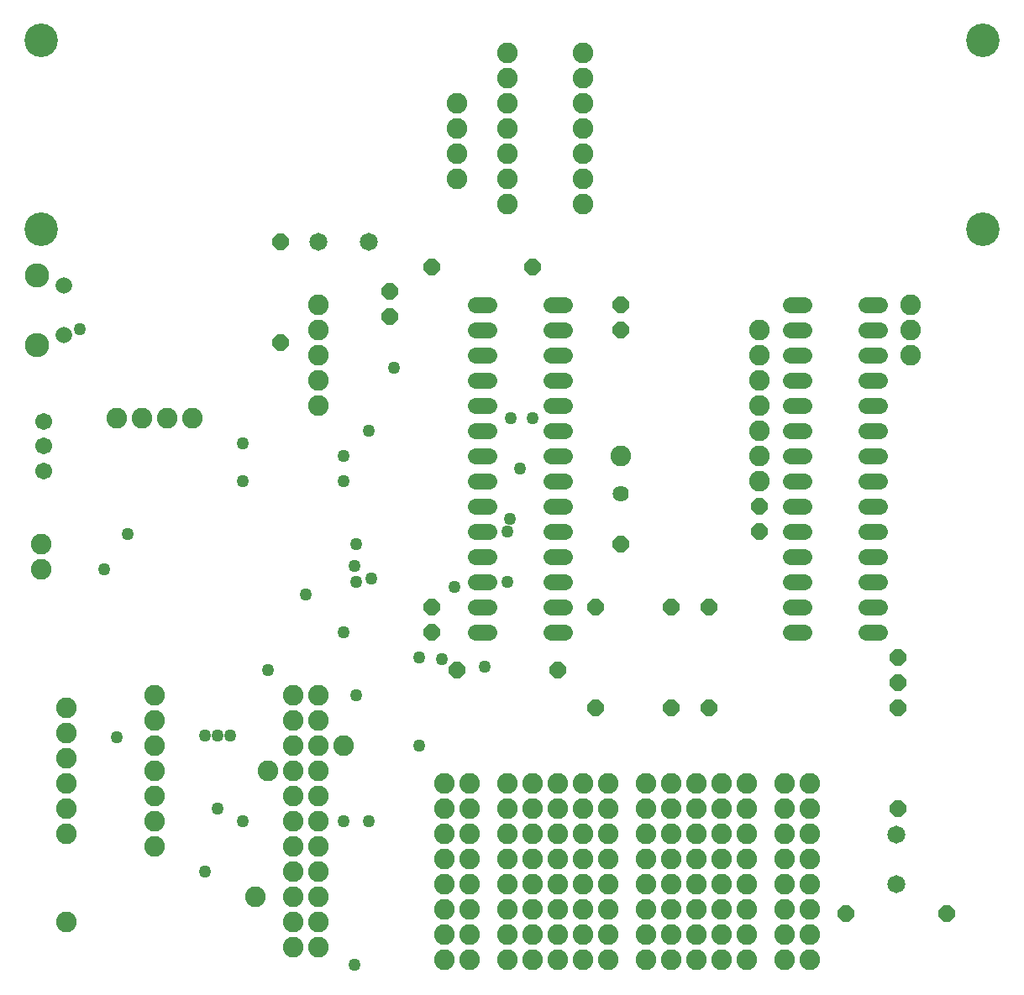
<source format=gbs>
G75*
%MOIN*%
%OFA0B0*%
%FSLAX25Y25*%
%IPPOS*%
%LPD*%
%AMOC8*
5,1,8,0,0,1.08239X$1,22.5*
%
%ADD10C,0.13300*%
%ADD11C,0.06400*%
%ADD12C,0.06546*%
%ADD13C,0.09658*%
%ADD14C,0.08200*%
%ADD15C,0.06743*%
%ADD16OC8,0.06400*%
%ADD17C,0.07137*%
%ADD18C,0.06400*%
%ADD19C,0.04965*%
D10*
X0101250Y0306800D03*
X0101250Y0381800D03*
X0474950Y0381800D03*
X0474950Y0306800D03*
D11*
X0434050Y0276800D02*
X0428450Y0276800D01*
X0428450Y0266800D02*
X0434050Y0266800D01*
X0434050Y0256800D02*
X0428450Y0256800D01*
X0428450Y0246800D02*
X0434050Y0246800D01*
X0434050Y0236800D02*
X0428450Y0236800D01*
X0428450Y0226800D02*
X0434050Y0226800D01*
X0434050Y0216800D02*
X0428450Y0216800D01*
X0428450Y0206800D02*
X0434050Y0206800D01*
X0434050Y0196800D02*
X0428450Y0196800D01*
X0428450Y0186800D02*
X0434050Y0186800D01*
X0434050Y0176800D02*
X0428450Y0176800D01*
X0428450Y0166800D02*
X0434050Y0166800D01*
X0434050Y0156800D02*
X0428450Y0156800D01*
X0428450Y0146800D02*
X0434050Y0146800D01*
X0404050Y0146800D02*
X0398450Y0146800D01*
X0398450Y0156800D02*
X0404050Y0156800D01*
X0404050Y0166800D02*
X0398450Y0166800D01*
X0398450Y0176800D02*
X0404050Y0176800D01*
X0404050Y0186800D02*
X0398450Y0186800D01*
X0398450Y0196800D02*
X0404050Y0196800D01*
X0404050Y0206800D02*
X0398450Y0206800D01*
X0398450Y0216800D02*
X0404050Y0216800D01*
X0404050Y0226800D02*
X0398450Y0226800D01*
X0398450Y0236800D02*
X0404050Y0236800D01*
X0404050Y0246800D02*
X0398450Y0246800D01*
X0398450Y0256800D02*
X0404050Y0256800D01*
X0404050Y0266800D02*
X0398450Y0266800D01*
X0398450Y0276800D02*
X0404050Y0276800D01*
X0309050Y0276800D02*
X0303450Y0276800D01*
X0303450Y0266800D02*
X0309050Y0266800D01*
X0309050Y0256800D02*
X0303450Y0256800D01*
X0303450Y0246800D02*
X0309050Y0246800D01*
X0309050Y0236800D02*
X0303450Y0236800D01*
X0303450Y0226800D02*
X0309050Y0226800D01*
X0309050Y0216800D02*
X0303450Y0216800D01*
X0303450Y0206800D02*
X0309050Y0206800D01*
X0309050Y0196800D02*
X0303450Y0196800D01*
X0303450Y0186800D02*
X0309050Y0186800D01*
X0309050Y0176800D02*
X0303450Y0176800D01*
X0303450Y0166800D02*
X0309050Y0166800D01*
X0309050Y0156800D02*
X0303450Y0156800D01*
X0303450Y0146800D02*
X0309050Y0146800D01*
X0279050Y0146800D02*
X0273450Y0146800D01*
X0273450Y0156800D02*
X0279050Y0156800D01*
X0279050Y0166800D02*
X0273450Y0166800D01*
X0273450Y0176800D02*
X0279050Y0176800D01*
X0279050Y0186800D02*
X0273450Y0186800D01*
X0273450Y0196800D02*
X0279050Y0196800D01*
X0279050Y0206800D02*
X0273450Y0206800D01*
X0273450Y0216800D02*
X0279050Y0216800D01*
X0279050Y0226800D02*
X0273450Y0226800D01*
X0273450Y0236800D02*
X0279050Y0236800D01*
X0279050Y0246800D02*
X0273450Y0246800D01*
X0273450Y0256800D02*
X0279050Y0256800D01*
X0279050Y0266800D02*
X0273450Y0266800D01*
X0273450Y0276800D02*
X0279050Y0276800D01*
D12*
X0110380Y0284643D03*
X0110380Y0264957D03*
D13*
X0099750Y0261020D03*
X0099750Y0288580D03*
D14*
X0111250Y0031800D03*
X0146250Y0061800D03*
X0146250Y0071800D03*
X0146250Y0081800D03*
X0146250Y0091800D03*
X0146250Y0101800D03*
X0146250Y0111800D03*
X0146250Y0121800D03*
X0111250Y0116800D03*
X0111250Y0106800D03*
X0111250Y0096800D03*
X0111250Y0086800D03*
X0111250Y0076800D03*
X0111250Y0066800D03*
X0186250Y0041800D03*
X0201250Y0041800D03*
X0201250Y0051800D03*
X0211250Y0051800D03*
X0211250Y0041800D03*
X0211250Y0031800D03*
X0211250Y0021800D03*
X0201250Y0021800D03*
X0201250Y0031800D03*
X0201250Y0061800D03*
X0211250Y0061800D03*
X0211250Y0071800D03*
X0211250Y0081800D03*
X0201250Y0081800D03*
X0201250Y0071800D03*
X0201250Y0091800D03*
X0201250Y0101800D03*
X0211250Y0101800D03*
X0211250Y0091800D03*
X0221250Y0101800D03*
X0211250Y0111800D03*
X0211250Y0121800D03*
X0201250Y0121800D03*
X0201250Y0111800D03*
X0191250Y0091800D03*
X0261250Y0086800D03*
X0261250Y0076800D03*
X0271250Y0076800D03*
X0271250Y0086800D03*
X0286250Y0086800D03*
X0286250Y0076800D03*
X0296250Y0076800D03*
X0296250Y0086800D03*
X0306250Y0086800D03*
X0306250Y0076800D03*
X0316250Y0076800D03*
X0316250Y0086800D03*
X0326250Y0086800D03*
X0326250Y0076800D03*
X0326250Y0066800D03*
X0326250Y0056800D03*
X0316250Y0056800D03*
X0316250Y0066800D03*
X0306250Y0066800D03*
X0306250Y0056800D03*
X0296250Y0056800D03*
X0296250Y0066800D03*
X0286250Y0066800D03*
X0286250Y0056800D03*
X0286250Y0046800D03*
X0286250Y0036800D03*
X0296250Y0036800D03*
X0296250Y0046800D03*
X0306250Y0046800D03*
X0306250Y0036800D03*
X0316250Y0036800D03*
X0316250Y0046800D03*
X0326250Y0046800D03*
X0326250Y0036800D03*
X0326250Y0026800D03*
X0326250Y0016800D03*
X0316250Y0016800D03*
X0316250Y0026800D03*
X0306250Y0026800D03*
X0306250Y0016800D03*
X0296250Y0016800D03*
X0296250Y0026800D03*
X0286250Y0026800D03*
X0286250Y0016800D03*
X0271250Y0016800D03*
X0271250Y0026800D03*
X0261250Y0026800D03*
X0261250Y0016800D03*
X0261250Y0036800D03*
X0261250Y0046800D03*
X0271250Y0046800D03*
X0271250Y0036800D03*
X0271250Y0056800D03*
X0271250Y0066800D03*
X0261250Y0066800D03*
X0261250Y0056800D03*
X0341250Y0056800D03*
X0341250Y0066800D03*
X0351250Y0066800D03*
X0351250Y0056800D03*
X0351250Y0046800D03*
X0351250Y0036800D03*
X0341250Y0036800D03*
X0341250Y0046800D03*
X0341250Y0026800D03*
X0341250Y0016800D03*
X0351250Y0016800D03*
X0351250Y0026800D03*
X0361250Y0026800D03*
X0361250Y0016800D03*
X0371250Y0016800D03*
X0371250Y0026800D03*
X0381250Y0026800D03*
X0381250Y0016800D03*
X0396250Y0016800D03*
X0396250Y0026800D03*
X0406250Y0026800D03*
X0406250Y0016800D03*
X0406250Y0036800D03*
X0406250Y0046800D03*
X0396250Y0046800D03*
X0396250Y0036800D03*
X0381250Y0036800D03*
X0381250Y0046800D03*
X0371250Y0046800D03*
X0371250Y0036800D03*
X0361250Y0036800D03*
X0361250Y0046800D03*
X0361250Y0056800D03*
X0361250Y0066800D03*
X0371250Y0066800D03*
X0371250Y0056800D03*
X0381250Y0056800D03*
X0381250Y0066800D03*
X0381250Y0076800D03*
X0381250Y0086800D03*
X0371250Y0086800D03*
X0371250Y0076800D03*
X0361250Y0076800D03*
X0361250Y0086800D03*
X0351250Y0086800D03*
X0351250Y0076800D03*
X0341250Y0076800D03*
X0341250Y0086800D03*
X0396250Y0086800D03*
X0396250Y0076800D03*
X0406250Y0076800D03*
X0406250Y0086800D03*
X0406250Y0066800D03*
X0406250Y0056800D03*
X0396250Y0056800D03*
X0396250Y0066800D03*
X0386250Y0206800D03*
X0386250Y0216800D03*
X0386250Y0226800D03*
X0386250Y0236800D03*
X0386250Y0246800D03*
X0386250Y0256800D03*
X0386250Y0266800D03*
X0446250Y0266800D03*
X0446250Y0256800D03*
X0446250Y0276800D03*
X0331250Y0216800D03*
X0211250Y0236800D03*
X0211250Y0246800D03*
X0211250Y0256800D03*
X0211250Y0266800D03*
X0211250Y0276800D03*
X0161250Y0231800D03*
X0151250Y0231800D03*
X0141250Y0231800D03*
X0131250Y0231800D03*
X0101250Y0181800D03*
X0101250Y0171800D03*
X0266250Y0326800D03*
X0266250Y0336800D03*
X0266250Y0346800D03*
X0266250Y0356800D03*
X0286250Y0356800D03*
X0286250Y0346800D03*
X0286250Y0336800D03*
X0286250Y0326800D03*
X0286250Y0316800D03*
X0316250Y0316800D03*
X0316250Y0326800D03*
X0316250Y0336800D03*
X0316250Y0346800D03*
X0316250Y0356800D03*
X0316250Y0366800D03*
X0316250Y0376800D03*
X0286250Y0376800D03*
X0286250Y0366800D03*
D15*
X0102250Y0230643D03*
X0102250Y0220800D03*
X0102250Y0210957D03*
D16*
X0196250Y0261800D03*
X0239750Y0272300D03*
X0239750Y0282300D03*
X0256250Y0291800D03*
X0296250Y0291800D03*
X0331250Y0276800D03*
X0331250Y0266800D03*
X0386250Y0196800D03*
X0386250Y0186800D03*
X0366250Y0156800D03*
X0351250Y0156800D03*
X0321250Y0156800D03*
X0331250Y0181800D03*
X0306250Y0131800D03*
X0321250Y0116800D03*
X0351250Y0116800D03*
X0366250Y0116800D03*
X0441250Y0116800D03*
X0441250Y0126800D03*
X0441250Y0136800D03*
X0441250Y0076800D03*
X0460750Y0035300D03*
X0420750Y0035300D03*
X0266250Y0131800D03*
X0256250Y0146800D03*
X0256250Y0156800D03*
X0196250Y0301800D03*
D17*
X0211407Y0301800D03*
X0231093Y0301800D03*
X0440750Y0066643D03*
X0440750Y0046957D03*
D18*
X0331250Y0201800D03*
D19*
X0291250Y0211800D03*
X0287750Y0231800D03*
X0296250Y0231800D03*
X0287250Y0191800D03*
X0286250Y0186800D03*
X0286250Y0166800D03*
X0265250Y0164800D03*
X0260250Y0136300D03*
X0251250Y0136800D03*
X0277250Y0133300D03*
X0251250Y0101800D03*
X0226250Y0121800D03*
X0221250Y0146800D03*
X0206250Y0161800D03*
X0226250Y0166800D03*
X0232250Y0168300D03*
X0225750Y0173300D03*
X0226250Y0181800D03*
X0221250Y0206800D03*
X0221250Y0216800D03*
X0231250Y0226800D03*
X0241250Y0251800D03*
X0181250Y0221800D03*
X0181250Y0206800D03*
X0135750Y0185800D03*
X0126250Y0171800D03*
X0191250Y0131800D03*
X0176250Y0105800D03*
X0171250Y0105800D03*
X0166250Y0105800D03*
X0171250Y0076800D03*
X0181250Y0071800D03*
X0166250Y0051800D03*
X0221250Y0071800D03*
X0231250Y0071800D03*
X0225750Y0014800D03*
X0131250Y0105300D03*
X0116750Y0267300D03*
M02*

</source>
